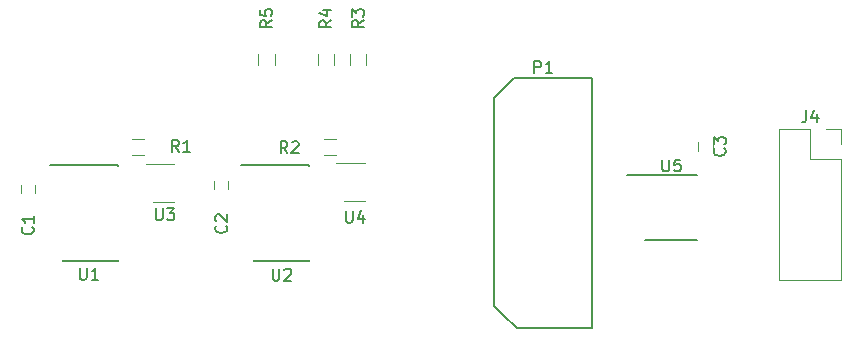
<source format=gto>
G04 #@! TF.FileFunction,Legend,Top*
%FSLAX46Y46*%
G04 Gerber Fmt 4.6, Leading zero omitted, Abs format (unit mm)*
G04 Created by KiCad (PCBNEW 4.0.7) date 12/11/17 20:33:10*
%MOMM*%
%LPD*%
G01*
G04 APERTURE LIST*
%ADD10C,0.100000*%
%ADD11C,0.150000*%
%ADD12C,0.120000*%
G04 APERTURE END LIST*
D10*
D11*
X97255340Y-83831680D02*
X97255340Y-82663280D01*
X90854540Y-83831680D02*
X97255340Y-83831680D01*
X89711540Y-82688680D02*
X90854540Y-83831680D01*
X97255340Y-63638680D02*
X97255340Y-63638680D01*
X97255340Y-62698880D02*
X97255340Y-63638680D01*
X90600540Y-62698880D02*
X97255340Y-62698880D01*
X89686140Y-63613280D02*
X90600540Y-62698880D01*
X88949540Y-65264280D02*
X88949540Y-64349880D01*
X89686140Y-63613280D02*
X88949540Y-64349880D01*
X88949540Y-65264280D02*
X88949540Y-65264280D01*
X88949540Y-81926680D02*
X88949540Y-65264280D01*
X89711540Y-82688680D02*
X88949540Y-81926680D01*
X97255340Y-63613280D02*
X97255340Y-82688680D01*
D12*
X48899520Y-72394560D02*
X48899520Y-71694560D01*
X50099520Y-71694560D02*
X50099520Y-72394560D01*
X65193620Y-72092300D02*
X65193620Y-71392300D01*
X66393620Y-71392300D02*
X66393620Y-72092300D01*
X107427320Y-68100460D02*
X107427320Y-68800460D01*
X106227320Y-68800460D02*
X106227320Y-68100460D01*
X118294460Y-69545200D02*
X118294460Y-79765200D01*
X118294460Y-79765200D02*
X113094460Y-79765200D01*
X113094460Y-79765200D02*
X113094460Y-66945200D01*
X113094460Y-66945200D02*
X115694460Y-66945200D01*
X115694460Y-66945200D02*
X115694460Y-69545200D01*
X115694460Y-69545200D02*
X118294460Y-69545200D01*
X118294460Y-68275200D02*
X118294460Y-66945200D01*
X118294460Y-66945200D02*
X117024460Y-66945200D01*
X58298460Y-67811100D02*
X59298460Y-67811100D01*
X59298460Y-69171100D02*
X58298460Y-69171100D01*
X74534320Y-67790780D02*
X75534320Y-67790780D01*
X75534320Y-69150780D02*
X74534320Y-69150780D01*
D11*
X57056920Y-70064260D02*
X57056920Y-70089260D01*
X57056920Y-78114260D02*
X57056920Y-78089260D01*
X52406920Y-78114260D02*
X52406920Y-78089260D01*
X51331920Y-70014260D02*
X57056920Y-70014260D01*
X52406920Y-78114260D02*
X57056920Y-78114260D01*
X73267200Y-70064260D02*
X73267200Y-70089260D01*
X73267200Y-78114260D02*
X73267200Y-78089260D01*
X68617200Y-78114260D02*
X68617200Y-78089260D01*
X67542200Y-70014260D02*
X73267200Y-70014260D01*
X68617200Y-78114260D02*
X73267200Y-78114260D01*
D12*
X60070160Y-73136400D02*
X61870160Y-73136400D01*
X61870160Y-69916400D02*
X59420160Y-69916400D01*
X76214220Y-73042460D02*
X78014220Y-73042460D01*
X78014220Y-69822460D02*
X75564220Y-69822460D01*
D11*
X101739340Y-76390080D02*
X106139340Y-76390080D01*
X100164340Y-70865080D02*
X106139340Y-70865080D01*
D12*
X76749360Y-61599700D02*
X76749360Y-60599700D01*
X78109360Y-60599700D02*
X78109360Y-61599700D01*
X74034100Y-61599700D02*
X74034100Y-60599700D01*
X75394100Y-60599700D02*
X75394100Y-61599700D01*
X70342040Y-60599700D02*
X70342040Y-61599700D01*
X68982040Y-61599700D02*
X68982040Y-60599700D01*
D11*
X92342745Y-62215021D02*
X92342745Y-61215021D01*
X92723698Y-61215021D01*
X92818936Y-61262640D01*
X92866555Y-61310259D01*
X92914174Y-61405497D01*
X92914174Y-61548354D01*
X92866555Y-61643592D01*
X92818936Y-61691211D01*
X92723698Y-61738830D01*
X92342745Y-61738830D01*
X93866555Y-62215021D02*
X93295126Y-62215021D01*
X93580840Y-62215021D02*
X93580840Y-61215021D01*
X93485602Y-61357878D01*
X93390364Y-61453116D01*
X93295126Y-61500735D01*
X49846503Y-75289706D02*
X49894122Y-75337325D01*
X49941741Y-75480182D01*
X49941741Y-75575420D01*
X49894122Y-75718278D01*
X49798884Y-75813516D01*
X49703646Y-75861135D01*
X49513170Y-75908754D01*
X49370312Y-75908754D01*
X49179836Y-75861135D01*
X49084598Y-75813516D01*
X48989360Y-75718278D01*
X48941741Y-75575420D01*
X48941741Y-75480182D01*
X48989360Y-75337325D01*
X49036979Y-75289706D01*
X49941741Y-74337325D02*
X49941741Y-74908754D01*
X49941741Y-74623040D02*
X48941741Y-74623040D01*
X49084598Y-74718278D01*
X49179836Y-74813516D01*
X49227455Y-74908754D01*
X66239663Y-75165246D02*
X66287282Y-75212865D01*
X66334901Y-75355722D01*
X66334901Y-75450960D01*
X66287282Y-75593818D01*
X66192044Y-75689056D01*
X66096806Y-75736675D01*
X65906330Y-75784294D01*
X65763472Y-75784294D01*
X65572996Y-75736675D01*
X65477758Y-75689056D01*
X65382520Y-75593818D01*
X65334901Y-75450960D01*
X65334901Y-75355722D01*
X65382520Y-75212865D01*
X65430139Y-75165246D01*
X65430139Y-74784294D02*
X65382520Y-74736675D01*
X65334901Y-74641437D01*
X65334901Y-74403341D01*
X65382520Y-74308103D01*
X65430139Y-74260484D01*
X65525377Y-74212865D01*
X65620615Y-74212865D01*
X65763472Y-74260484D01*
X66334901Y-74831913D01*
X66334901Y-74212865D01*
X108434463Y-68617126D02*
X108482082Y-68664745D01*
X108529701Y-68807602D01*
X108529701Y-68902840D01*
X108482082Y-69045698D01*
X108386844Y-69140936D01*
X108291606Y-69188555D01*
X108101130Y-69236174D01*
X107958272Y-69236174D01*
X107767796Y-69188555D01*
X107672558Y-69140936D01*
X107577320Y-69045698D01*
X107529701Y-68902840D01*
X107529701Y-68807602D01*
X107577320Y-68664745D01*
X107624939Y-68617126D01*
X107529701Y-68283793D02*
X107529701Y-67664745D01*
X107910653Y-67998079D01*
X107910653Y-67855221D01*
X107958272Y-67759983D01*
X108005891Y-67712364D01*
X108101130Y-67664745D01*
X108339225Y-67664745D01*
X108434463Y-67712364D01*
X108482082Y-67759983D01*
X108529701Y-67855221D01*
X108529701Y-68140936D01*
X108482082Y-68236174D01*
X108434463Y-68283793D01*
X115361127Y-65397581D02*
X115361127Y-66111867D01*
X115313507Y-66254724D01*
X115218269Y-66349962D01*
X115075412Y-66397581D01*
X114980174Y-66397581D01*
X116265889Y-65730914D02*
X116265889Y-66397581D01*
X116027793Y-65349962D02*
X115789698Y-66064248D01*
X116408746Y-66064248D01*
X62236054Y-68918081D02*
X61902720Y-68441890D01*
X61664625Y-68918081D02*
X61664625Y-67918081D01*
X62045578Y-67918081D01*
X62140816Y-67965700D01*
X62188435Y-68013319D01*
X62236054Y-68108557D01*
X62236054Y-68251414D01*
X62188435Y-68346652D01*
X62140816Y-68394271D01*
X62045578Y-68441890D01*
X61664625Y-68441890D01*
X63188435Y-68918081D02*
X62617006Y-68918081D01*
X62902720Y-68918081D02*
X62902720Y-67918081D01*
X62807482Y-68060938D01*
X62712244Y-68156176D01*
X62617006Y-68203795D01*
X71438474Y-69019681D02*
X71105140Y-68543490D01*
X70867045Y-69019681D02*
X70867045Y-68019681D01*
X71247998Y-68019681D01*
X71343236Y-68067300D01*
X71390855Y-68114919D01*
X71438474Y-68210157D01*
X71438474Y-68353014D01*
X71390855Y-68448252D01*
X71343236Y-68495871D01*
X71247998Y-68543490D01*
X70867045Y-68543490D01*
X71819426Y-68114919D02*
X71867045Y-68067300D01*
X71962283Y-68019681D01*
X72200379Y-68019681D01*
X72295617Y-68067300D01*
X72343236Y-68114919D01*
X72390855Y-68210157D01*
X72390855Y-68305395D01*
X72343236Y-68448252D01*
X71771807Y-69019681D01*
X72390855Y-69019681D01*
X53858255Y-78730861D02*
X53858255Y-79540385D01*
X53905874Y-79635623D01*
X53953493Y-79683242D01*
X54048731Y-79730861D01*
X54239208Y-79730861D01*
X54334446Y-79683242D01*
X54382065Y-79635623D01*
X54429684Y-79540385D01*
X54429684Y-78730861D01*
X55429684Y-79730861D02*
X54858255Y-79730861D01*
X55143969Y-79730861D02*
X55143969Y-78730861D01*
X55048731Y-78873718D01*
X54953493Y-78968956D01*
X54858255Y-79016575D01*
X70177755Y-78804521D02*
X70177755Y-79614045D01*
X70225374Y-79709283D01*
X70272993Y-79756902D01*
X70368231Y-79804521D01*
X70558708Y-79804521D01*
X70653946Y-79756902D01*
X70701565Y-79709283D01*
X70749184Y-79614045D01*
X70749184Y-78804521D01*
X71177755Y-78899759D02*
X71225374Y-78852140D01*
X71320612Y-78804521D01*
X71558708Y-78804521D01*
X71653946Y-78852140D01*
X71701565Y-78899759D01*
X71749184Y-78994997D01*
X71749184Y-79090235D01*
X71701565Y-79233092D01*
X71130136Y-79804521D01*
X71749184Y-79804521D01*
X60292075Y-73699121D02*
X60292075Y-74508645D01*
X60339694Y-74603883D01*
X60387313Y-74651502D01*
X60482551Y-74699121D01*
X60673028Y-74699121D01*
X60768266Y-74651502D01*
X60815885Y-74603883D01*
X60863504Y-74508645D01*
X60863504Y-73699121D01*
X61244456Y-73699121D02*
X61863504Y-73699121D01*
X61530170Y-74080073D01*
X61673028Y-74080073D01*
X61768266Y-74127692D01*
X61815885Y-74175311D01*
X61863504Y-74270550D01*
X61863504Y-74508645D01*
X61815885Y-74603883D01*
X61768266Y-74651502D01*
X61673028Y-74699121D01*
X61387313Y-74699121D01*
X61292075Y-74651502D01*
X61244456Y-74603883D01*
X76385515Y-73899781D02*
X76385515Y-74709305D01*
X76433134Y-74804543D01*
X76480753Y-74852162D01*
X76575991Y-74899781D01*
X76766468Y-74899781D01*
X76861706Y-74852162D01*
X76909325Y-74804543D01*
X76956944Y-74709305D01*
X76956944Y-73899781D01*
X77861706Y-74233114D02*
X77861706Y-74899781D01*
X77623610Y-73852162D02*
X77385515Y-74566448D01*
X78004563Y-74566448D01*
X103177435Y-69567461D02*
X103177435Y-70376985D01*
X103225054Y-70472223D01*
X103272673Y-70519842D01*
X103367911Y-70567461D01*
X103558388Y-70567461D01*
X103653626Y-70519842D01*
X103701245Y-70472223D01*
X103748864Y-70376985D01*
X103748864Y-69567461D01*
X104701245Y-69567461D02*
X104225054Y-69567461D01*
X104177435Y-70043651D01*
X104225054Y-69996032D01*
X104320292Y-69948413D01*
X104558388Y-69948413D01*
X104653626Y-69996032D01*
X104701245Y-70043651D01*
X104748864Y-70138890D01*
X104748864Y-70376985D01*
X104701245Y-70472223D01*
X104653626Y-70519842D01*
X104558388Y-70567461D01*
X104320292Y-70567461D01*
X104225054Y-70519842D01*
X104177435Y-70472223D01*
X77894441Y-57786566D02*
X77418250Y-58119900D01*
X77894441Y-58357995D02*
X76894441Y-58357995D01*
X76894441Y-57977042D01*
X76942060Y-57881804D01*
X76989679Y-57834185D01*
X77084917Y-57786566D01*
X77227774Y-57786566D01*
X77323012Y-57834185D01*
X77370631Y-57881804D01*
X77418250Y-57977042D01*
X77418250Y-58357995D01*
X76894441Y-57453233D02*
X76894441Y-56834185D01*
X77275393Y-57167519D01*
X77275393Y-57024661D01*
X77323012Y-56929423D01*
X77370631Y-56881804D01*
X77465870Y-56834185D01*
X77703965Y-56834185D01*
X77799203Y-56881804D01*
X77846822Y-56929423D01*
X77894441Y-57024661D01*
X77894441Y-57310376D01*
X77846822Y-57405614D01*
X77799203Y-57453233D01*
X75143621Y-57786566D02*
X74667430Y-58119900D01*
X75143621Y-58357995D02*
X74143621Y-58357995D01*
X74143621Y-57977042D01*
X74191240Y-57881804D01*
X74238859Y-57834185D01*
X74334097Y-57786566D01*
X74476954Y-57786566D01*
X74572192Y-57834185D01*
X74619811Y-57881804D01*
X74667430Y-57977042D01*
X74667430Y-58357995D01*
X74476954Y-56929423D02*
X75143621Y-56929423D01*
X74096002Y-57167519D02*
X74810288Y-57405614D01*
X74810288Y-56786566D01*
X70122041Y-57786566D02*
X69645850Y-58119900D01*
X70122041Y-58357995D02*
X69122041Y-58357995D01*
X69122041Y-57977042D01*
X69169660Y-57881804D01*
X69217279Y-57834185D01*
X69312517Y-57786566D01*
X69455374Y-57786566D01*
X69550612Y-57834185D01*
X69598231Y-57881804D01*
X69645850Y-57977042D01*
X69645850Y-58357995D01*
X69122041Y-56881804D02*
X69122041Y-57357995D01*
X69598231Y-57405614D01*
X69550612Y-57357995D01*
X69502993Y-57262757D01*
X69502993Y-57024661D01*
X69550612Y-56929423D01*
X69598231Y-56881804D01*
X69693470Y-56834185D01*
X69931565Y-56834185D01*
X70026803Y-56881804D01*
X70074422Y-56929423D01*
X70122041Y-57024661D01*
X70122041Y-57262757D01*
X70074422Y-57357995D01*
X70026803Y-57405614D01*
M02*

</source>
